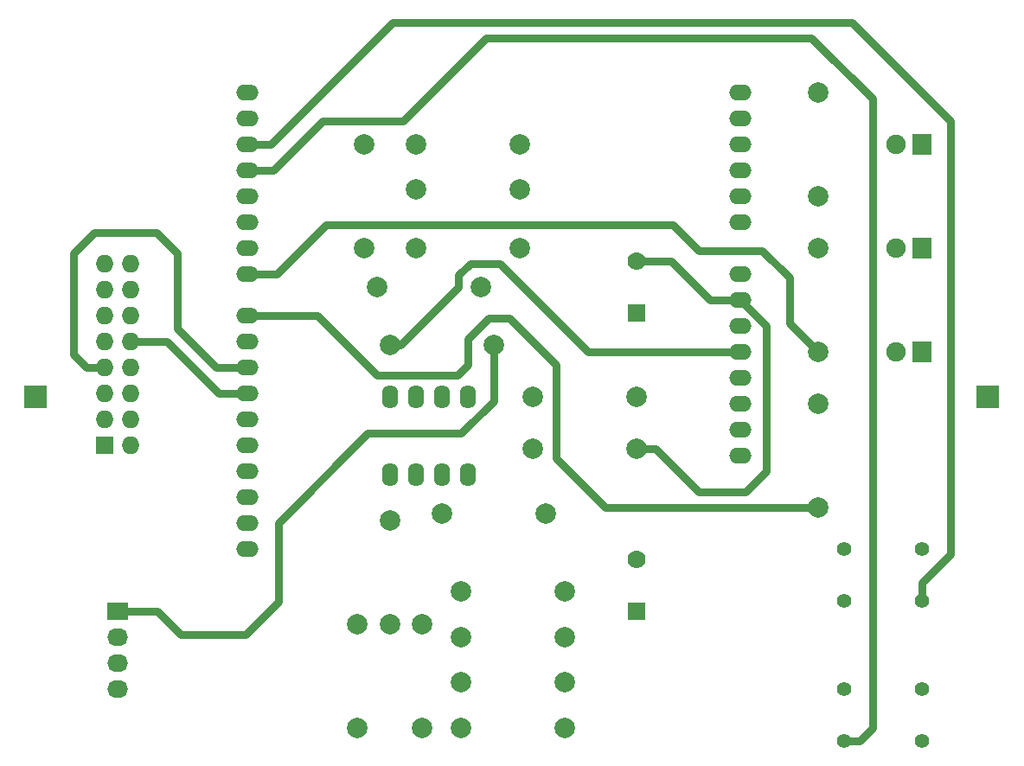
<source format=gbr>
G04 #@! TF.FileFunction,Copper,L1,Top,Signal*
%FSLAX46Y46*%
G04 Gerber Fmt 4.6, Leading zero omitted, Abs format (unit mm)*
G04 Created by KiCad (PCBNEW 4.0.1-3.201512161002+6197~38~ubuntu14.04.1-stable) date Qui 28 Jan 2016 15:35:45 BRST*
%MOMM*%
G01*
G04 APERTURE LIST*
%ADD10C,0.100000*%
%ADD11R,1.778000X1.778000*%
%ADD12C,1.778000*%
%ADD13R,1.900000X2.000000*%
%ADD14C,1.900000*%
%ADD15O,2.199640X1.524000*%
%ADD16O,2.197100X1.524000*%
%ADD17R,2.032000X1.727200*%
%ADD18O,2.032000X1.727200*%
%ADD19O,1.600000X2.300000*%
%ADD20R,1.727200X1.727200*%
%ADD21O,1.727200X1.727200*%
%ADD22C,1.998980*%
%ADD23C,1.397000*%
%ADD24R,2.235200X2.235200*%
%ADD25C,0.800000*%
G04 APERTURE END LIST*
D10*
D11*
X63881000Y21844000D03*
D12*
X63881000Y26924000D03*
D11*
X63881000Y51054000D03*
D12*
X63881000Y56134000D03*
D13*
X91821000Y47244000D03*
D14*
X89281000Y47244000D03*
D13*
X91821000Y57404000D03*
D14*
X89281000Y57404000D03*
D13*
X91821000Y67564000D03*
D14*
X89281000Y67564000D03*
D15*
X74041000Y37084000D03*
X74041000Y39624000D03*
X74041000Y42164000D03*
X74041000Y44704000D03*
X74041000Y47244000D03*
X74041000Y49784000D03*
X74041000Y52324000D03*
X74041000Y54864000D03*
X74041000Y59944000D03*
X74041000Y62484000D03*
X74041000Y65024000D03*
X74041000Y67564000D03*
X74041000Y70104000D03*
X74041000Y72644000D03*
D16*
X25781000Y72644000D03*
X25781000Y70104000D03*
X25781000Y67564000D03*
X25781000Y65024000D03*
X25781000Y62484000D03*
X25781000Y59944000D03*
X25781000Y57404000D03*
X25781000Y54864000D03*
X25781000Y50800000D03*
X25781000Y48260000D03*
X25781000Y45720000D03*
X25781000Y43180000D03*
X25781000Y40640000D03*
X25781000Y38100000D03*
X25781000Y35560000D03*
X25781000Y33022540D03*
X25781000Y30480000D03*
X25781000Y27940000D03*
D17*
X13081000Y21844000D03*
D18*
X13081000Y19304000D03*
X13081000Y16764000D03*
X13081000Y14224000D03*
D19*
X39751000Y35179000D03*
X42291000Y35179000D03*
X44831000Y35179000D03*
X47371000Y35179000D03*
X47371000Y42799000D03*
X44831000Y42799000D03*
X42291000Y42799000D03*
X39751000Y42799000D03*
D20*
X11811000Y38100000D03*
D21*
X14351000Y38100000D03*
X11811000Y40640000D03*
X14351000Y40640000D03*
X11811000Y43180000D03*
X14351000Y43180000D03*
X11811000Y45720000D03*
X14351000Y45720000D03*
X11811000Y48260000D03*
X14351000Y48260000D03*
X11811000Y50800000D03*
X14351000Y50800000D03*
X11811000Y53340000D03*
X14351000Y53340000D03*
X11811000Y55880000D03*
X14351000Y55880000D03*
D22*
X36576000Y20574000D03*
X36576000Y10414000D03*
X46736000Y10414000D03*
X56896000Y10414000D03*
X42926000Y20574000D03*
X42926000Y10414000D03*
X46736000Y19304000D03*
X56896000Y19304000D03*
X46736000Y14859000D03*
X56896000Y14859000D03*
X46736000Y23749000D03*
X56896000Y23749000D03*
X39751000Y30734000D03*
X39751000Y20574000D03*
X54991000Y31369000D03*
X44831000Y31369000D03*
X52451000Y67564000D03*
X42291000Y67564000D03*
X37211000Y57404000D03*
X37211000Y67564000D03*
X42291000Y63119000D03*
X52451000Y63119000D03*
X53721000Y37719000D03*
X63881000Y37719000D03*
X42291000Y57404000D03*
X52451000Y57404000D03*
X39751000Y47879000D03*
X49911000Y47879000D03*
X48641000Y53594000D03*
X38481000Y53594000D03*
X53721000Y42799000D03*
X63881000Y42799000D03*
X81661000Y42164000D03*
X81661000Y32004000D03*
X81661000Y57404000D03*
X81661000Y47244000D03*
X81661000Y72644000D03*
X81661000Y62484000D03*
D23*
X84201000Y9144000D03*
X84201000Y14224000D03*
X91821000Y9144000D03*
X91821000Y14224000D03*
X84201000Y22860000D03*
X84201000Y27940000D03*
X91821000Y22860000D03*
X91821000Y27940000D03*
D24*
X5080000Y42799000D03*
X98298000Y42799000D03*
D25*
X63881000Y37719000D02*
X63881000Y37846000D01*
X73787000Y52578000D02*
X74041000Y52324000D01*
X65786000Y37719000D02*
X69977000Y33528000D01*
X69977000Y33528000D02*
X74549000Y33528000D01*
X74549000Y33528000D02*
X76581000Y35560000D01*
X76581000Y35560000D02*
X76581000Y49784000D01*
X76581000Y49784000D02*
X74041000Y52324000D01*
X63881000Y37719000D02*
X65786000Y37719000D01*
X71120000Y52324000D02*
X67310000Y56134000D01*
X67310000Y56134000D02*
X63881000Y56134000D01*
X74041000Y52324000D02*
X71120000Y52324000D01*
X40767000Y47879000D02*
X46482000Y53594000D01*
X46482000Y53594000D02*
X46482000Y54737000D01*
X46482000Y54737000D02*
X47625000Y55880000D01*
X47625000Y55880000D02*
X50546000Y55880000D01*
X50546000Y55880000D02*
X59182000Y47244000D01*
X59182000Y47244000D02*
X74041000Y47244000D01*
X39751000Y47879000D02*
X40767000Y47879000D01*
X91821000Y24638000D02*
X94615000Y27432000D01*
X94615000Y27432000D02*
X94615000Y69850000D01*
X94615000Y69850000D02*
X84963000Y79502000D01*
X84963000Y79502000D02*
X40005000Y79502000D01*
X40005000Y79502000D02*
X28067000Y67564000D01*
X28067000Y67564000D02*
X25781000Y67564000D01*
X91821000Y22860000D02*
X91821000Y24638000D01*
X85725000Y9144000D02*
X86995000Y10414000D01*
X86995000Y10414000D02*
X86995000Y72005998D01*
X86995000Y72005998D02*
X81022998Y77978000D01*
X81022998Y77978000D02*
X49149000Y77978000D01*
X49149000Y77978000D02*
X41021000Y69850000D01*
X41021000Y69850000D02*
X33147000Y69850000D01*
X33147000Y69850000D02*
X28321000Y65024000D01*
X28321000Y65024000D02*
X25781000Y65024000D01*
X84201000Y9144000D02*
X85725000Y9144000D01*
X78867000Y54483000D02*
X78867000Y50038000D01*
X78867000Y50038000D02*
X81661000Y47244000D01*
X28702000Y54864000D02*
X33528000Y59690000D01*
X33528000Y59690000D02*
X67437000Y59690000D01*
X67437000Y59690000D02*
X69977000Y57150000D01*
X69977000Y57150000D02*
X76200000Y57150000D01*
X76200000Y57150000D02*
X78867000Y54483000D01*
X25781000Y54864000D02*
X28702000Y54864000D01*
X32639000Y50800000D02*
X38481000Y44958000D01*
X38481000Y44958000D02*
X46355000Y44958000D01*
X46355000Y44958000D02*
X47371000Y45974000D01*
X47371000Y45974000D02*
X47371000Y48514000D01*
X47371000Y48514000D02*
X49403000Y50546000D01*
X49403000Y50546000D02*
X51435000Y50546000D01*
X51435000Y50546000D02*
X56007000Y45974000D01*
X56007000Y45974000D02*
X56007000Y36830000D01*
X56007000Y36830000D02*
X60833000Y32004000D01*
X60833000Y32004000D02*
X81661000Y32004000D01*
X25781000Y50800000D02*
X32639000Y50800000D01*
X22733000Y45720000D02*
X18923000Y49530000D01*
X18923000Y49530000D02*
X18923000Y56896000D01*
X18923000Y56896000D02*
X16891000Y58928000D01*
X16891000Y58928000D02*
X10795000Y58928000D01*
X10795000Y58928000D02*
X8763000Y56896000D01*
X8763000Y56896000D02*
X8763000Y46990000D01*
X8763000Y46990000D02*
X10033000Y45720000D01*
X10033000Y45720000D02*
X11811000Y45720000D01*
X25781000Y45720000D02*
X22733000Y45720000D01*
X22987000Y43180000D02*
X17907000Y48260000D01*
X17907000Y48260000D02*
X14351000Y48260000D01*
X25781000Y43180000D02*
X22987000Y43180000D01*
X49911000Y42418000D02*
X46736000Y39243000D01*
X46736000Y39243000D02*
X37592000Y39243000D01*
X37592000Y39243000D02*
X28829000Y30480000D01*
X28829000Y30480000D02*
X28829000Y22733000D01*
X28829000Y22733000D02*
X25654000Y19558000D01*
X25654000Y19558000D02*
X19304000Y19558000D01*
X19304000Y19558000D02*
X17018000Y21844000D01*
X17018000Y21844000D02*
X13081000Y21844000D01*
X49911000Y47879000D02*
X49911000Y42418000D01*
M02*

</source>
